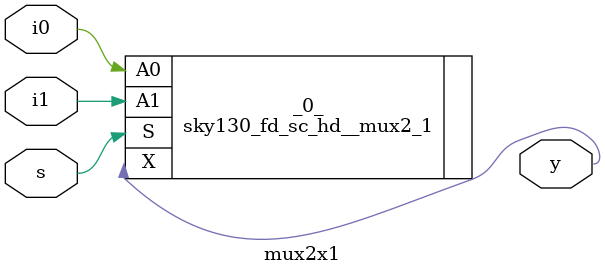
<source format=v>
/* Generated by Yosys 0.57+125 (git sha1 d5053033e, g++ 11.5.0 -fPIC -O3) */

module A_Q_Q_1(alu_out, load_A, Q, load_Q, rst, clk_in, en, Q_Q_1, out);
  input [15:0] alu_out;
  wire [15:0] alu_out;
  input load_A;
  wire load_A;
  input [15:0] Q;
  wire [15:0] Q;
  input load_Q;
  wire load_Q;
  input rst;
  wire rst;
  input clk_in;
  wire clk_in;
  input en;
  wire en;
  output [1:0] Q_Q_1;
  wire [1:0] Q_Q_1;
  output [31:0] out;
  wire [31:0] out;
  wire [15:0] A_reg_Q;
  wire [15:0] A_reg_in;
  wire AtoQ;
  wire [15:0] Q_reg_Q;
  wire [15:0] Q_reg_in;
  wire clk;
  sky130_fd_sc_hd__mux2_1 _0_ (
    .A0(A_reg_Q[0]),
    .A1(alu_out[0]),
    .S(load_A),
    .X(AtoQ)
  );
  sky130_fd_sc_hd__and2_0 _1_ (
    .A(clk_in),
    .B(en),
    .X(clk)
  );
  d_ff A0_reg (
    .D(A_reg_in[0]),
    .Q(A_reg_Q[0]),
    .clk(clk),
    .rst(rst)
  );
  mux2x1 A0_sel (
    .i0(A_reg_Q[1]),
    .i1(alu_out[1]),
    .s(load_A),
    .y(A_reg_in[0])
  );
  d_ff A10_reg (
    .D(A_reg_in[10]),
    .Q(A_reg_Q[10]),
    .clk(clk),
    .rst(rst)
  );
  mux2x1 A10_sel (
    .i0(A_reg_Q[11]),
    .i1(alu_out[11]),
    .s(load_A),
    .y(A_reg_in[10])
  );
  d_ff A11_reg (
    .D(A_reg_in[11]),
    .Q(A_reg_Q[11]),
    .clk(clk),
    .rst(rst)
  );
  mux2x1 A11_sel (
    .i0(A_reg_Q[12]),
    .i1(alu_out[12]),
    .s(load_A),
    .y(A_reg_in[11])
  );
  d_ff A12_reg (
    .D(A_reg_in[12]),
    .Q(A_reg_Q[12]),
    .clk(clk),
    .rst(rst)
  );
  mux2x1 A12_sel (
    .i0(A_reg_Q[13]),
    .i1(alu_out[13]),
    .s(load_A),
    .y(A_reg_in[12])
  );
  d_ff A13_reg (
    .D(A_reg_in[13]),
    .Q(A_reg_Q[13]),
    .clk(clk),
    .rst(rst)
  );
  mux2x1 A13_sel (
    .i0(A_reg_Q[14]),
    .i1(alu_out[14]),
    .s(load_A),
    .y(A_reg_in[13])
  );
  d_ff A14_reg (
    .D(A_reg_in[14]),
    .Q(A_reg_Q[14]),
    .clk(clk),
    .rst(rst)
  );
  mux2x1 A14_sel (
    .i0(A_reg_Q[15]),
    .i1(alu_out[15]),
    .s(load_A),
    .y(A_reg_in[14])
  );
  d_ff A15_reg (
    .D(A_reg_in[15]),
    .Q(A_reg_Q[15]),
    .clk(clk),
    .rst(rst)
  );
  mux2x1 A15_sel (
    .i0(A_reg_Q[15]),
    .i1(alu_out[15]),
    .s(load_A),
    .y(A_reg_in[15])
  );
  d_ff A1_reg (
    .D(A_reg_in[1]),
    .Q(A_reg_Q[1]),
    .clk(clk),
    .rst(rst)
  );
  mux2x1 A1_sel (
    .i0(A_reg_Q[2]),
    .i1(alu_out[2]),
    .s(load_A),
    .y(A_reg_in[1])
  );
  d_ff A2_reg (
    .D(A_reg_in[2]),
    .Q(A_reg_Q[2]),
    .clk(clk),
    .rst(rst)
  );
  mux2x1 A2_sel (
    .i0(A_reg_Q[3]),
    .i1(alu_out[3]),
    .s(load_A),
    .y(A_reg_in[2])
  );
  d_ff A3_reg (
    .D(A_reg_in[3]),
    .Q(A_reg_Q[3]),
    .clk(clk),
    .rst(rst)
  );
  mux2x1 A3_sel (
    .i0(A_reg_Q[4]),
    .i1(alu_out[4]),
    .s(load_A),
    .y(A_reg_in[3])
  );
  d_ff A4_reg (
    .D(A_reg_in[4]),
    .Q(A_reg_Q[4]),
    .clk(clk),
    .rst(rst)
  );
  mux2x1 A4_sel (
    .i0(A_reg_Q[5]),
    .i1(alu_out[5]),
    .s(load_A),
    .y(A_reg_in[4])
  );
  d_ff A5_reg (
    .D(A_reg_in[5]),
    .Q(A_reg_Q[5]),
    .clk(clk),
    .rst(rst)
  );
  mux2x1 A5_sel (
    .i0(A_reg_Q[6]),
    .i1(alu_out[6]),
    .s(load_A),
    .y(A_reg_in[5])
  );
  d_ff A6_reg (
    .D(A_reg_in[6]),
    .Q(A_reg_Q[6]),
    .clk(clk),
    .rst(rst)
  );
  mux2x1 A6_sel (
    .i0(A_reg_Q[7]),
    .i1(alu_out[7]),
    .s(load_A),
    .y(A_reg_in[6])
  );
  d_ff A7_reg (
    .D(A_reg_in[7]),
    .Q(A_reg_Q[7]),
    .clk(clk),
    .rst(rst)
  );
  mux2x1 A7_sel (
    .i0(A_reg_Q[8]),
    .i1(alu_out[8]),
    .s(load_A),
    .y(A_reg_in[7])
  );
  d_ff A8_reg (
    .D(A_reg_in[8]),
    .Q(A_reg_Q[8]),
    .clk(clk),
    .rst(rst)
  );
  mux2x1 A8_sel (
    .i0(A_reg_Q[9]),
    .i1(alu_out[9]),
    .s(load_A),
    .y(A_reg_in[8])
  );
  d_ff A9_reg (
    .D(A_reg_in[9]),
    .Q(A_reg_Q[9]),
    .clk(clk),
    .rst(rst)
  );
  mux2x1 A9_sel (
    .i0(A_reg_Q[10]),
    .i1(alu_out[10]),
    .s(load_A),
    .y(A_reg_in[9])
  );
  d_ff Q0_reg (
    .D(Q_reg_in[0]),
    .Q(Q_reg_Q[0]),
    .clk(clk),
    .rst(rst)
  );
  mux2x1 Q0_sel (
    .i0(Q_reg_Q[1]),
    .i1(Q[0]),
    .s(load_Q),
    .y(Q_reg_in[0])
  );
  d_ff Q10_reg (
    .D(Q_reg_in[10]),
    .Q(Q_reg_Q[10]),
    .clk(clk),
    .rst(rst)
  );
  mux2x1 Q10_sel (
    .i0(Q_reg_Q[11]),
    .i1(Q[10]),
    .s(load_Q),
    .y(Q_reg_in[10])
  );
  d_ff Q11_reg (
    .D(Q_reg_in[11]),
    .Q(Q_reg_Q[11]),
    .clk(clk),
    .rst(rst)
  );
  mux2x1 Q11_sel (
    .i0(Q_reg_Q[12]),
    .i1(Q[11]),
    .s(load_Q),
    .y(Q_reg_in[11])
  );
  d_ff Q12_reg (
    .D(Q_reg_in[12]),
    .Q(Q_reg_Q[12]),
    .clk(clk),
    .rst(rst)
  );
  mux2x1 Q12_sel (
    .i0(Q_reg_Q[13]),
    .i1(Q[12]),
    .s(load_Q),
    .y(Q_reg_in[12])
  );
  d_ff Q13_reg (
    .D(Q_reg_in[13]),
    .Q(Q_reg_Q[13]),
    .clk(clk),
    .rst(rst)
  );
  mux2x1 Q13_sel (
    .i0(Q_reg_Q[14]),
    .i1(Q[13]),
    .s(load_Q),
    .y(Q_reg_in[13])
  );
  d_ff Q14_reg (
    .D(Q_reg_in[14]),
    .Q(Q_reg_Q[14]),
    .clk(clk),
    .rst(rst)
  );
  mux2x1 Q14_sel (
    .i0(Q_reg_Q[15]),
    .i1(Q[14]),
    .s(load_Q),
    .y(Q_reg_in[14])
  );
  d_ff Q15_reg (
    .D(Q_reg_in[15]),
    .Q(Q_reg_Q[15]),
    .clk(clk),
    .rst(rst)
  );
  mux2x1 Q15_sel (
    .i0(AtoQ),
    .i1(Q[15]),
    .s(load_Q),
    .y(Q_reg_in[15])
  );
  d_ff Q1_reg (
    .D(Q_reg_in[1]),
    .Q(Q_reg_Q[1]),
    .clk(clk),
    .rst(rst)
  );
  mux2x1 Q1_sel (
    .i0(Q_reg_Q[2]),
    .i1(Q[1]),
    .s(load_Q),
    .y(Q_reg_in[1])
  );
  d_ff Q2_reg (
    .D(Q_reg_in[2]),
    .Q(Q_reg_Q[2]),
    .clk(clk),
    .rst(rst)
  );
  mux2x1 Q2_sel (
    .i0(Q_reg_Q[3]),
    .i1(Q[2]),
    .s(load_Q),
    .y(Q_reg_in[2])
  );
  d_ff Q3_reg (
    .D(Q_reg_in[3]),
    .Q(Q_reg_Q[3]),
    .clk(clk),
    .rst(rst)
  );
  mux2x1 Q3_sel (
    .i0(Q_reg_Q[4]),
    .i1(Q[3]),
    .s(load_Q),
    .y(Q_reg_in[3])
  );
  d_ff Q4_reg (
    .D(Q_reg_in[4]),
    .Q(Q_reg_Q[4]),
    .clk(clk),
    .rst(rst)
  );
  mux2x1 Q4_sel (
    .i0(Q_reg_Q[5]),
    .i1(Q[4]),
    .s(load_Q),
    .y(Q_reg_in[4])
  );
  d_ff Q5_reg (
    .D(Q_reg_in[5]),
    .Q(Q_reg_Q[5]),
    .clk(clk),
    .rst(rst)
  );
  mux2x1 Q5_sel (
    .i0(Q_reg_Q[6]),
    .i1(Q[5]),
    .s(load_Q),
    .y(Q_reg_in[5])
  );
  d_ff Q6_reg (
    .D(Q_reg_in[6]),
    .Q(Q_reg_Q[6]),
    .clk(clk),
    .rst(rst)
  );
  mux2x1 Q6_sel (
    .i0(Q_reg_Q[7]),
    .i1(Q[6]),
    .s(load_Q),
    .y(Q_reg_in[6])
  );
  d_ff Q7_reg (
    .D(Q_reg_in[7]),
    .Q(Q_reg_Q[7]),
    .clk(clk),
    .rst(rst)
  );
  mux2x1 Q7_sel (
    .i0(Q_reg_Q[8]),
    .i1(Q[7]),
    .s(load_Q),
    .y(Q_reg_in[7])
  );
  d_ff Q8_reg (
    .D(Q_reg_in[8]),
    .Q(Q_reg_Q[8]),
    .clk(clk),
    .rst(rst)
  );
  mux2x1 Q8_sel (
    .i0(Q_reg_Q[9]),
    .i1(Q[8]),
    .s(load_Q),
    .y(Q_reg_in[8])
  );
  d_ff Q9_reg (
    .D(Q_reg_in[9]),
    .Q(Q_reg_Q[9]),
    .clk(clk),
    .rst(rst)
  );
  mux2x1 Q9_sel (
    .i0(Q_reg_Q[10]),
    .i1(Q[9]),
    .s(load_Q),
    .y(Q_reg_in[9])
  );
  d_ff Q_1_reg (
    .D(Q_reg_Q[0]),
    .Q(Q_Q_1[0]),
    .clk(clk),
    .rst(rst)
  );
  assign Q_Q_1[1] = Q_reg_Q[0];
  assign out = { A_reg_Q, Q_reg_Q };
endmodule

module M_register(Q, clk, rst, Data);
  output [15:0] Q;
  wire [15:0] Q;
  input clk;
  wire clk;
  input rst;
  wire rst;
  input [15:0] Data;
  wire [15:0] Data;
  d_ff \genblk1[0].d_ureg0  (
    .D(Data[0]),
    .Q(Q[0]),
    .clk(clk),
    .rst(rst)
  );
  d_ff \genblk1[10].d_ureg0  (
    .D(Data[10]),
    .Q(Q[10]),
    .clk(clk),
    .rst(rst)
  );
  d_ff \genblk1[11].d_ureg0  (
    .D(Data[11]),
    .Q(Q[11]),
    .clk(clk),
    .rst(rst)
  );
  d_ff \genblk1[12].d_ureg0  (
    .D(Data[12]),
    .Q(Q[12]),
    .clk(clk),
    .rst(rst)
  );
  d_ff \genblk1[13].d_ureg0  (
    .D(Data[13]),
    .Q(Q[13]),
    .clk(clk),
    .rst(rst)
  );
  d_ff \genblk1[14].d_ureg0  (
    .D(Data[14]),
    .Q(Q[14]),
    .clk(clk),
    .rst(rst)
  );
  d_ff \genblk1[15].d_ureg0  (
    .D(Data[15]),
    .Q(Q[15]),
    .clk(clk),
    .rst(rst)
  );
  d_ff \genblk1[1].d_ureg0  (
    .D(Data[1]),
    .Q(Q[1]),
    .clk(clk),
    .rst(rst)
  );
  d_ff \genblk1[2].d_ureg0  (
    .D(Data[2]),
    .Q(Q[2]),
    .clk(clk),
    .rst(rst)
  );
  d_ff \genblk1[3].d_ureg0  (
    .D(Data[3]),
    .Q(Q[3]),
    .clk(clk),
    .rst(rst)
  );
  d_ff \genblk1[4].d_ureg0  (
    .D(Data[4]),
    .Q(Q[4]),
    .clk(clk),
    .rst(rst)
  );
  d_ff \genblk1[5].d_ureg0  (
    .D(Data[5]),
    .Q(Q[5]),
    .clk(clk),
    .rst(rst)
  );
  d_ff \genblk1[6].d_ureg0  (
    .D(Data[6]),
    .Q(Q[6]),
    .clk(clk),
    .rst(rst)
  );
  d_ff \genblk1[7].d_ureg0  (
    .D(Data[7]),
    .Q(Q[7]),
    .clk(clk),
    .rst(rst)
  );
  d_ff \genblk1[8].d_ureg0  (
    .D(Data[8]),
    .Q(Q[8]),
    .clk(clk),
    .rst(rst)
  );
  d_ff \genblk1[9].d_ureg0  (
    .D(Data[9]),
    .Q(Q[9]),
    .clk(clk),
    .rst(rst)
  );
endmodule

module add_sub(a, b, add_sub, out);
  input [15:0] a;
  wire [15:0] a;
  input [15:0] b;
  wire [15:0] b;
  input add_sub;
  wire add_sub;
  output [15:0] out;
  wire [15:0] out;
  wire [15:0] b_f;
  sky130_fd_sc_hd__xor2_1 _00_ (
    .A(add_sub),
    .B(b[0]),
    .X(b_f[0])
  );
  sky130_fd_sc_hd__xor2_1 _01_ (
    .A(add_sub),
    .B(b[1]),
    .X(b_f[1])
  );
  sky130_fd_sc_hd__xor2_1 _02_ (
    .A(add_sub),
    .B(b[2]),
    .X(b_f[2])
  );
  sky130_fd_sc_hd__xor2_1 _03_ (
    .A(add_sub),
    .B(b[3]),
    .X(b_f[3])
  );
  sky130_fd_sc_hd__xor2_1 _04_ (
    .A(add_sub),
    .B(b[4]),
    .X(b_f[4])
  );
  sky130_fd_sc_hd__xor2_1 _05_ (
    .A(add_sub),
    .B(b[5]),
    .X(b_f[5])
  );
  sky130_fd_sc_hd__xor2_1 _06_ (
    .A(add_sub),
    .B(b[6]),
    .X(b_f[6])
  );
  sky130_fd_sc_hd__xor2_1 _07_ (
    .A(add_sub),
    .B(b[7]),
    .X(b_f[7])
  );
  sky130_fd_sc_hd__xor2_1 _08_ (
    .A(add_sub),
    .B(b[8]),
    .X(b_f[8])
  );
  sky130_fd_sc_hd__xor2_1 _09_ (
    .A(add_sub),
    .B(b[9]),
    .X(b_f[9])
  );
  sky130_fd_sc_hd__xor2_1 _10_ (
    .A(add_sub),
    .B(b[10]),
    .X(b_f[10])
  );
  sky130_fd_sc_hd__xor2_1 _11_ (
    .A(add_sub),
    .B(b[11]),
    .X(b_f[11])
  );
  sky130_fd_sc_hd__xor2_1 _12_ (
    .A(add_sub),
    .B(b[12]),
    .X(b_f[12])
  );
  sky130_fd_sc_hd__xor2_1 _13_ (
    .A(add_sub),
    .B(b[13]),
    .X(b_f[13])
  );
  sky130_fd_sc_hd__xor2_1 _14_ (
    .A(add_sub),
    .B(b[14]),
    .X(b_f[14])
  );
  sky130_fd_sc_hd__xor2_1 _15_ (
    .A(add_sub),
    .B(b[15]),
    .X(b_f[15])
  );
  kogge_stone_adder add_sub_module (
    .a(a),
    .b(b_f),
    .cin(add_sub),
    .sum(out)
  );
endmodule

module and_xor(a, b, g, p);
  input a;
  wire a;
  input b;
  wire b;
  output g;
  wire g;
  output p;
  wire p;
  sky130_fd_sc_hd__and2_0 _0_ (
    .A(b),
    .B(a),
    .X(g)
  );
  sky130_fd_sc_hd__xor2_1 _1_ (
    .A(b),
    .B(a),
    .X(p)
  );
endmodule

module black_cell(Gkj, Pik, Gik, Pkj, G, P);
  input Gkj;
  wire Gkj;
  input Pik;
  wire Pik;
  input Gik;
  wire Gik;
  input Pkj;
  wire Pkj;
  output G;
  wire G;
  output P;
  wire P;
  sky130_fd_sc_hd__a21o_1 _0_ (
    .A1(Pik),
    .A2(Gkj),
    .B1(Gik),
    .X(G)
  );
  sky130_fd_sc_hd__and2_0 _1_ (
    .A(Pik),
    .B(Pkj),
    .X(P)
  );
endmodule

module booth_multiplier(op, read, busy, multiplicand, multiplier, clk_in, mrst);
  output [31:0] op;
  wire [31:0] op;
  output read;
  wire read;
  output busy;
  wire busy;
  input [15:0] multiplicand;
  wire [15:0] multiplicand;
  input [15:0] multiplier;
  wire [15:0] multiplier;
  input clk_in;
  wire clk_in;
  input mrst;
  wire mrst;
  wire _0_;
  wire [15:0] M;
  wire [1:0] Q_Q_1;
  wire add0_sub1;
  wire [15:0] alu_out;
  wire c_rst;
  wire clk;
  wire [4:0] cntr_op;
  wire load_a;
  wire nrst;
  wire rst;
  wire start;
  sky130_fd_sc_hd__clkinv_1 _1_ (
    .A(mrst),
    .Y(nrst)
  );
  sky130_fd_sc_hd__clkinv_1 _2_ (
    .A(start),
    .Y(c_rst)
  );
  sky130_fd_sc_hd__or4_1 _3_ (
    .A(cntr_op[1]),
    .B(cntr_op[0]),
    .C(cntr_op[3]),
    .D(cntr_op[2]),
    .X(busy)
  );
  sky130_fd_sc_hd__nand2b_1 _4_ (
    .A_N(mrst),
    .B(start),
    .Y(rst)
  );
  sky130_fd_sc_hd__lpflow_isobufsrc_1 _5_ (
    .A(clk_in),
    .SLEEP(cntr_op[4]),
    .X(clk)
  );
  sky130_fd_sc_hd__lpflow_isobufsrc_1 _6_ (
    .A(Q_Q_1[1]),
    .SLEEP(Q_Q_1[0]),
    .X(add0_sub1)
  );
  sky130_fd_sc_hd__xor2_1 _7_ (
    .A(Q_Q_1[1]),
    .B(Q_Q_1[0]),
    .X(load_a)
  );
  sky130_fd_sc_hd__conb_1 _8_ (
    .HI(_0_)
  );
  A_Q_Q_1 AQQ_1_register (
    .Q(multiplier),
    .Q_Q_1(Q_Q_1),
    .alu_out(alu_out),
    .clk_in(clk),
    .en(_0_),
    .load_A(load_a),
    .load_Q(start),
    .out(op),
    .rst(rst)
  );
  M_register M_reg (
    .Data(multiplicand),
    .Q(M),
    .clk(start),
    .rst(rst)
  );
  add_sub alu (
    .a(op[31:16]),
    .add_sub(add0_sub1),
    .b(M),
    .out(alu_out)
  );
  counter c0 (
    .Q(cntr_op),
    .clk(clk),
    .rst(c_rst)
  );
  d_ff cntrl_gen0 (
    .D(nrst),
    .Q(start),
    .clk(clk_in)
  );
  assign read = cntr_op[4];
endmodule

module counter(clk, rst, Q);
  input clk;
  wire clk;
  input rst;
  wire rst;
  output [4:0] Q;
  wire [4:0] Q;
  wire [4:0] d_in;
  d_ff c0 (
    .D(d_in[0]),
    .Q(Q[0]),
    .Qb(d_in[0]),
    .clk(clk),
    .rst(rst)
  );
  d_ff c1 (
    .D(d_in[1]),
    .Q(Q[1]),
    .Qb(d_in[1]),
    .clk(Q[0]),
    .rst(rst)
  );
  d_ff c2 (
    .D(d_in[2]),
    .Q(Q[2]),
    .Qb(d_in[2]),
    .clk(Q[1]),
    .rst(rst)
  );
  d_ff c3 (
    .D(d_in[3]),
    .Q(Q[3]),
    .Qb(d_in[3]),
    .clk(Q[2]),
    .rst(rst)
  );
  d_ff c4 (
    .D(d_in[4]),
    .Q(Q[4]),
    .Qb(d_in[4]),
    .clk(Q[3]),
    .rst(rst)
  );
endmodule

module d_ff(Q, Qb, clk, rst, D);
  output Q;
  wire Q;
  output Qb;
  wire Qb;
  input clk;
  wire clk;
  input rst;
  wire rst;
  input D;
  wire D;
  wire _0_;
  wire _1_;
  sky130_fd_sc_hd__clkinv_1 _2_ (
    .A(D),
    .Y(_0_)
  );
  sky130_fd_sc_hd__clkinv_1 _3_ (
    .A(clk),
    .Y(_1_)
  );
  sky130_fd_sc_hd__dfrtn_1 _4_ (
    .CLK_N(clk),
    .D(D),
    .Q(Q),
    .RESET_B(rst)
  );
  sky130_fd_sc_hd__dfstp_2 _5_ (
    .CLK(_1_),
    .D(_0_),
    .Q(Qb),
    .SET_B(rst)
  );
endmodule

module grey_cell(Gkj, Pik, Gik, G);
  input Gkj;
  wire Gkj;
  input Pik;
  wire Pik;
  input Gik;
  wire Gik;
  output G;
  wire G;
  sky130_fd_sc_hd__a21o_1 _0_ (
    .A1(Pik),
    .A2(Gkj),
    .B1(Gik),
    .X(G)
  );
endmodule

module kogge_stone_adder(a, b, cin, sum, cout);
  input [15:0] a;
  wire [15:0] a;
  input [15:0] b;
  wire [15:0] b;
  input cin;
  wire cin;
  output [15:0] sum;
  wire [15:0] sum;
  output cout;
  wire cout;
  wire [15:0] Ga;
  wire [15:0] Gb;
  wire [15:0] Gc;
  wire [15:0] Gd;
  wire [15:0] Gz;
  wire [15:0] Pa;
  wire [15:0] Pb;
  wire [15:0] Pc;
  wire [15:0] Pd;
  wire [15:0] Pz;
  sky130_fd_sc_hd__xor2_1 _00_ (
    .A(Pz[0]),
    .B(cin),
    .X(sum[0])
  );
  sky130_fd_sc_hd__xor2_1 _01_ (
    .A(Pz[1]),
    .B(Ga[0]),
    .X(sum[1])
  );
  sky130_fd_sc_hd__xor2_1 _02_ (
    .A(Pz[2]),
    .B(Gb[1]),
    .X(sum[2])
  );
  sky130_fd_sc_hd__xor2_1 _03_ (
    .A(Pz[3]),
    .B(Gb[2]),
    .X(sum[3])
  );
  sky130_fd_sc_hd__xor2_1 _04_ (
    .A(Pz[4]),
    .B(Gc[3]),
    .X(sum[4])
  );
  sky130_fd_sc_hd__xor2_1 _05_ (
    .A(Pz[5]),
    .B(Gc[4]),
    .X(sum[5])
  );
  sky130_fd_sc_hd__xor2_1 _06_ (
    .A(Pz[6]),
    .B(Gc[5]),
    .X(sum[6])
  );
  sky130_fd_sc_hd__xor2_1 _07_ (
    .A(Pz[7]),
    .B(Gc[6]),
    .X(sum[7])
  );
  sky130_fd_sc_hd__xor2_1 _08_ (
    .A(Pz[8]),
    .B(Gd[7]),
    .X(sum[8])
  );
  sky130_fd_sc_hd__xor2_1 _09_ (
    .A(Pz[9]),
    .B(Gd[8]),
    .X(sum[9])
  );
  sky130_fd_sc_hd__xor2_1 _10_ (
    .A(Pz[10]),
    .B(Gd[9]),
    .X(sum[10])
  );
  sky130_fd_sc_hd__xor2_1 _11_ (
    .A(Pz[11]),
    .B(Gd[10]),
    .X(sum[11])
  );
  sky130_fd_sc_hd__xor2_1 _12_ (
    .A(Pz[12]),
    .B(Gd[11]),
    .X(sum[12])
  );
  sky130_fd_sc_hd__xor2_1 _13_ (
    .A(Pz[13]),
    .B(Gd[12]),
    .X(sum[13])
  );
  sky130_fd_sc_hd__xor2_1 _14_ (
    .A(Pz[14]),
    .B(Gd[13]),
    .X(sum[14])
  );
  sky130_fd_sc_hd__xor2_1 _15_ (
    .A(Pz[15]),
    .B(Gd[14]),
    .X(sum[15])
  );
  and_xor ax0 (
    .a(a[0]),
    .b(b[0]),
    .g(Gz[0]),
    .p(Pz[0])
  );
  and_xor ax1 (
    .a(a[1]),
    .b(b[1]),
    .g(Gz[1]),
    .p(Pz[1])
  );
  and_xor ax10 (
    .a(a[10]),
    .b(b[10]),
    .g(Gz[10]),
    .p(Pz[10])
  );
  and_xor ax11 (
    .a(a[11]),
    .b(b[11]),
    .g(Gz[11]),
    .p(Pz[11])
  );
  and_xor ax12 (
    .a(a[12]),
    .b(b[12]),
    .g(Gz[12]),
    .p(Pz[12])
  );
  and_xor ax13 (
    .a(a[13]),
    .b(b[13]),
    .g(Gz[13]),
    .p(Pz[13])
  );
  and_xor ax14 (
    .a(a[14]),
    .b(b[14]),
    .g(Gz[14]),
    .p(Pz[14])
  );
  and_xor ax15 (
    .a(a[15]),
    .b(b[15]),
    .g(Gz[15]),
    .p(Pz[15])
  );
  and_xor ax2 (
    .a(a[2]),
    .b(b[2]),
    .g(Gz[2]),
    .p(Pz[2])
  );
  and_xor ax3 (
    .a(a[3]),
    .b(b[3]),
    .g(Gz[3]),
    .p(Pz[3])
  );
  and_xor ax4 (
    .a(a[4]),
    .b(b[4]),
    .g(Gz[4]),
    .p(Pz[4])
  );
  and_xor ax5 (
    .a(a[5]),
    .b(b[5]),
    .g(Gz[5]),
    .p(Pz[5])
  );
  and_xor ax6 (
    .a(a[6]),
    .b(b[6]),
    .g(Gz[6]),
    .p(Pz[6])
  );
  and_xor ax7 (
    .a(a[7]),
    .b(b[7]),
    .g(Gz[7]),
    .p(Pz[7])
  );
  and_xor ax8 (
    .a(a[8]),
    .b(b[8]),
    .g(Gz[8]),
    .p(Pz[8])
  );
  and_xor ax9 (
    .a(a[9]),
    .b(b[9]),
    .g(Gz[9]),
    .p(Pz[9])
  );
  black_cell l1_bc0 (
    .G(Ga[1]),
    .Gik(Gz[1]),
    .Gkj(Gz[0]),
    .P(Pa[1]),
    .Pik(Pz[1]),
    .Pkj(Pz[0])
  );
  black_cell l1_bc1 (
    .G(Ga[2]),
    .Gik(Gz[2]),
    .Gkj(Gz[1]),
    .P(Pa[2]),
    .Pik(Pz[2]),
    .Pkj(Pz[1])
  );
  black_cell l1_bc10 (
    .G(Ga[11]),
    .Gik(Gz[11]),
    .Gkj(Gz[10]),
    .P(Pa[11]),
    .Pik(Pz[11]),
    .Pkj(Pz[10])
  );
  black_cell l1_bc11 (
    .G(Ga[12]),
    .Gik(Gz[12]),
    .Gkj(Gz[11]),
    .P(Pa[12]),
    .Pik(Pz[12]),
    .Pkj(Pz[11])
  );
  black_cell l1_bc12 (
    .G(Ga[13]),
    .Gik(Gz[13]),
    .Gkj(Gz[12]),
    .P(Pa[13]),
    .Pik(Pz[13]),
    .Pkj(Pz[12])
  );
  black_cell l1_bc13 (
    .G(Ga[14]),
    .Gik(Gz[14]),
    .Gkj(Gz[13]),
    .P(Pa[14]),
    .Pik(Pz[14]),
    .Pkj(Pz[13])
  );
  black_cell l1_bc14 (
    .G(Ga[15]),
    .Gik(Gz[15]),
    .Gkj(Gz[14]),
    .P(Pa[15]),
    .Pik(Pz[15]),
    .Pkj(Pz[14])
  );
  black_cell l1_bc2 (
    .G(Ga[3]),
    .Gik(Gz[3]),
    .Gkj(Gz[2]),
    .P(Pa[3]),
    .Pik(Pz[3]),
    .Pkj(Pz[2])
  );
  black_cell l1_bc3 (
    .G(Ga[4]),
    .Gik(Gz[4]),
    .Gkj(Gz[3]),
    .P(Pa[4]),
    .Pik(Pz[4]),
    .Pkj(Pz[3])
  );
  black_cell l1_bc4 (
    .G(Ga[5]),
    .Gik(Gz[5]),
    .Gkj(Gz[4]),
    .P(Pa[5]),
    .Pik(Pz[5]),
    .Pkj(Pz[4])
  );
  black_cell l1_bc5 (
    .G(Ga[6]),
    .Gik(Gz[6]),
    .Gkj(Gz[5]),
    .P(Pa[6]),
    .Pik(Pz[6]),
    .Pkj(Pz[5])
  );
  black_cell l1_bc6 (
    .G(Ga[7]),
    .Gik(Gz[7]),
    .Gkj(Gz[6]),
    .P(Pa[7]),
    .Pik(Pz[7]),
    .Pkj(Pz[6])
  );
  black_cell l1_bc7 (
    .G(Ga[8]),
    .Gik(Gz[8]),
    .Gkj(Gz[7]),
    .P(Pa[8]),
    .Pik(Pz[8]),
    .Pkj(Pz[7])
  );
  black_cell l1_bc8 (
    .G(Ga[9]),
    .Gik(Gz[9]),
    .Gkj(Gz[8]),
    .P(Pa[9]),
    .Pik(Pz[9]),
    .Pkj(Pz[8])
  );
  black_cell l1_bc9 (
    .G(Ga[10]),
    .Gik(Gz[10]),
    .Gkj(Gz[9]),
    .P(Pa[10]),
    .Pik(Pz[10]),
    .Pkj(Pz[9])
  );
  grey_cell l1_gc0 (
    .G(Ga[0]),
    .Gik(Gz[0]),
    .Gkj(cin),
    .Pik(Pz[0])
  );
  black_cell l2_bc0 (
    .G(Gb[3]),
    .Gik(Ga[3]),
    .Gkj(Ga[1]),
    .P(Pb[3]),
    .Pik(Pa[3]),
    .Pkj(Pa[1])
  );
  black_cell l2_bc1 (
    .G(Gb[4]),
    .Gik(Ga[4]),
    .Gkj(Ga[2]),
    .P(Pb[4]),
    .Pik(Pa[4]),
    .Pkj(Pa[2])
  );
  black_cell l2_bc10 (
    .G(Gb[13]),
    .Gik(Ga[13]),
    .Gkj(Ga[11]),
    .P(Pb[13]),
    .Pik(Pa[13]),
    .Pkj(Pa[11])
  );
  black_cell l2_bc11 (
    .G(Gb[14]),
    .Gik(Ga[14]),
    .Gkj(Ga[12]),
    .P(Pb[14]),
    .Pik(Pa[14]),
    .Pkj(Pa[12])
  );
  black_cell l2_bc12 (
    .G(Gb[15]),
    .Gik(Ga[15]),
    .Gkj(Ga[13]),
    .P(Pb[15]),
    .Pik(Pa[15]),
    .Pkj(Pa[13])
  );
  black_cell l2_bc2 (
    .G(Gb[5]),
    .Gik(Ga[5]),
    .Gkj(Ga[3]),
    .P(Pb[5]),
    .Pik(Pa[5]),
    .Pkj(Pa[3])
  );
  black_cell l2_bc3 (
    .G(Gb[6]),
    .Gik(Ga[6]),
    .Gkj(Ga[4]),
    .P(Pb[6]),
    .Pik(Pa[6]),
    .Pkj(Pa[4])
  );
  black_cell l2_bc4 (
    .G(Gb[7]),
    .Gik(Ga[7]),
    .Gkj(Ga[5]),
    .P(Pb[7]),
    .Pik(Pa[7]),
    .Pkj(Pa[5])
  );
  black_cell l2_bc5 (
    .G(Gb[8]),
    .Gik(Ga[8]),
    .Gkj(Ga[6]),
    .P(Pb[8]),
    .Pik(Pa[8]),
    .Pkj(Pa[6])
  );
  black_cell l2_bc6 (
    .G(Gb[9]),
    .Gik(Ga[9]),
    .Gkj(Ga[7]),
    .P(Pb[9]),
    .Pik(Pa[9]),
    .Pkj(Pa[7])
  );
  black_cell l2_bc7 (
    .G(Gb[10]),
    .Gik(Ga[10]),
    .Gkj(Ga[8]),
    .P(Pb[10]),
    .Pik(Pa[10]),
    .Pkj(Pa[8])
  );
  black_cell l2_bc8 (
    .G(Gb[11]),
    .Gik(Ga[11]),
    .Gkj(Ga[9]),
    .P(Pb[11]),
    .Pik(Pa[11]),
    .Pkj(Pa[9])
  );
  black_cell l2_bc9 (
    .G(Gb[12]),
    .Gik(Ga[12]),
    .Gkj(Ga[10]),
    .P(Pb[12]),
    .Pik(Pa[12]),
    .Pkj(Pa[10])
  );
  grey_cell l2_gc0 (
    .G(Gb[1]),
    .Gik(Ga[1]),
    .Gkj(cin),
    .Pik(Pa[1])
  );
  grey_cell l2_gc1 (
    .G(Gb[2]),
    .Gik(Ga[2]),
    .Gkj(Ga[0]),
    .Pik(Pa[2])
  );
  black_cell l3_bc0 (
    .G(Gc[7]),
    .Gik(Gb[7]),
    .Gkj(Gb[3]),
    .P(Pc[7]),
    .Pik(Pb[7]),
    .Pkj(Pb[3])
  );
  black_cell l3_bc1 (
    .G(Gc[8]),
    .Gik(Gb[8]),
    .Gkj(Gb[4]),
    .P(Pc[8]),
    .Pik(Pb[8]),
    .Pkj(Pb[4])
  );
  black_cell l3_bc2 (
    .G(Gc[9]),
    .Gik(Gb[9]),
    .Gkj(Gb[5]),
    .P(Pc[9]),
    .Pik(Pb[9]),
    .Pkj(Pb[5])
  );
  black_cell l3_bc3 (
    .G(Gc[10]),
    .Gik(Gb[10]),
    .Gkj(Gb[6]),
    .P(Pc[10]),
    .Pik(Pb[10]),
    .Pkj(Pb[6])
  );
  black_cell l3_bc4 (
    .G(Gc[11]),
    .Gik(Gb[11]),
    .Gkj(Gb[7]),
    .P(Pc[11]),
    .Pik(Pb[11]),
    .Pkj(Pb[7])
  );
  black_cell l3_bc5 (
    .G(Gc[12]),
    .Gik(Gb[12]),
    .Gkj(Gb[8]),
    .P(Pc[12]),
    .Pik(Pb[12]),
    .Pkj(Pb[8])
  );
  black_cell l3_bc6 (
    .G(Gc[13]),
    .Gik(Gb[13]),
    .Gkj(Gb[9]),
    .P(Pc[13]),
    .Pik(Pb[13]),
    .Pkj(Pb[9])
  );
  black_cell l3_bc7 (
    .G(Gc[14]),
    .Gik(Gb[14]),
    .Gkj(Gb[10]),
    .P(Pc[14]),
    .Pik(Pb[14]),
    .Pkj(Pb[10])
  );
  black_cell l3_bc8 (
    .G(Gc[15]),
    .Gik(Gb[15]),
    .Gkj(Gb[11]),
    .P(Pc[15]),
    .Pik(Pb[15]),
    .Pkj(Pb[11])
  );
  grey_cell l3_gc0 (
    .G(Gc[3]),
    .Gik(Gb[3]),
    .Gkj(cin),
    .Pik(Pb[3])
  );
  grey_cell l3_gc1 (
    .G(Gc[4]),
    .Gik(Gb[4]),
    .Gkj(Ga[0]),
    .Pik(Pb[4])
  );
  grey_cell l3_gc2 (
    .G(Gc[5]),
    .Gik(Gb[5]),
    .Gkj(Gb[1]),
    .Pik(Pb[5])
  );
  grey_cell l3_gc3 (
    .G(Gc[6]),
    .Gik(Gb[6]),
    .Gkj(Gb[2]),
    .Pik(Pb[6])
  );
  black_cell l4_bc0 (
    .G(Gd[15]),
    .Gik(Gc[15]),
    .Gkj(Gc[7]),
    .P(Pd[15]),
    .Pik(Pc[15]),
    .Pkj(Pc[7])
  );
  grey_cell l4_gc0 (
    .G(Gd[7]),
    .Gik(Gc[7]),
    .Gkj(cin),
    .Pik(Pc[7])
  );
  grey_cell l4_gc1 (
    .G(Gd[8]),
    .Gik(Gc[8]),
    .Gkj(Ga[0]),
    .Pik(Pc[8])
  );
  grey_cell l4_gc2 (
    .G(Gd[9]),
    .Gik(Gc[9]),
    .Gkj(Gb[1]),
    .Pik(Pc[9])
  );
  grey_cell l4_gc3 (
    .G(Gd[10]),
    .Gik(Gc[10]),
    .Gkj(Gb[2]),
    .Pik(Pc[10])
  );
  grey_cell l4_gc4 (
    .G(Gd[11]),
    .Gik(Gc[11]),
    .Gkj(Gc[3]),
    .Pik(Pc[11])
  );
  grey_cell l4_gc5 (
    .G(Gd[12]),
    .Gik(Gc[12]),
    .Gkj(Gc[4]),
    .Pik(Pc[12])
  );
  grey_cell l4_gc6 (
    .G(Gd[13]),
    .Gik(Gc[13]),
    .Gkj(Gc[5]),
    .Pik(Pc[13])
  );
  grey_cell l4_gc7 (
    .G(Gd[14]),
    .Gik(Gc[14]),
    .Gkj(Gc[6]),
    .Pik(Pc[14])
  );
  grey_cell l5_gc0 (
    .G(cout),
    .Gik(Gd[15]),
    .Gkj(cin),
    .Pik(Pd[15])
  );
  assign Gb[0] = 1'h0;
  assign Gc[2:0] = 3'h0;
  assign Gd[6:0] = 7'h00;
  assign Pa[0] = 1'h0;
  assign Pb[2:0] = 3'h0;
  assign Pc[6:0] = 7'h00;
  assign Pd[14:0] = 15'h0000;
endmodule

module mux2x1(y, s, i1, i0);
  output y;
  wire y;
  input s;
  wire s;
  input i1;
  wire i1;
  input i0;
  wire i0;
  sky130_fd_sc_hd__mux2_1 _0_ (
    .A0(i0),
    .A1(i1),
    .S(s),
    .X(y)
  );
endmodule

</source>
